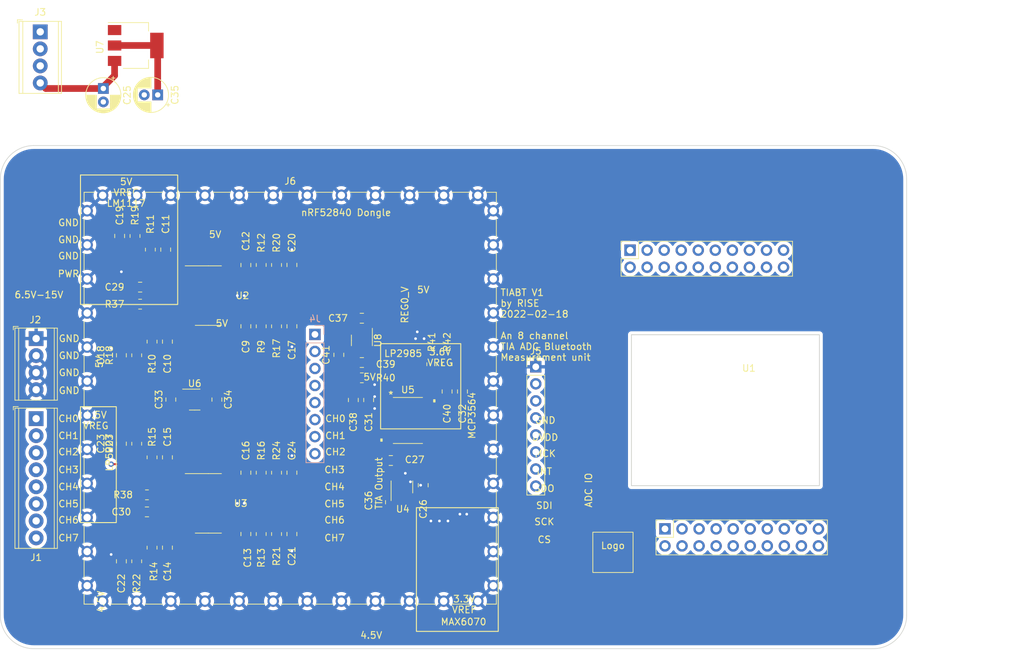
<source format=kicad_pcb>
(kicad_pcb (version 20211014) (generator pcbnew)
  (layers (0 "F.Cu" signal) (31 "B.Cu" signal) (34 "B.Paste" user) (35 "F.Paste" user) (36 "B.SilkS" user "B.Silkscreen") (37 "F.SilkS" user "F.Silkscreen") (38 "B.Mask" user) (39 "F.Mask" user) (44 "Edge.Cuts" user))
  (net 0 "")
  (net 1 "/CH0")
  (net 2 "/CH1")
  (net 3 "/CH2")
  (net 4 "/CH3")
  (net 5 "/CH4")
  (net 6 "/CH5")
  (net 7 "/CH6")
  (net 8 "/CH7")
  (net 9 "Net-(C9-Pad2)")
  (net 10 "Net-(C10-Pad2)")
  (net 11 "Net-(C11-Pad2)")
  (net 12 "Net-(C12-Pad2)")
  (net 13 "Net-(C13-Pad2)")
  (net 14 "Net-(C14-Pad2)")
  (net 15 "Net-(C15-Pad2)")
  (net 16 "Net-(C16-Pad2)")
  (net 17 "GND")
  (net 18 "/ADC_CH1")
  (net 19 "/ADC_CH2")
  (net 20 "/ADC_CH3")
  (net 21 "/ADC_CH4")
  (net 22 "/ADC_CH5")
  (net 23 "/ADC_CH6")
  (net 24 "/ADC_CH7")
  (net 25 "ADC_VREF+")
  (net 26 "TIA0_V")
  (net 27 "ADC_INT")
  (net 28 "ADC_SDO")
  (net 29 "ADC_SDI")
  (net 30 "ADC_SCK")
  (net 31 "ADC_CS")
  (net 32 "TIA1_V")
  (net 33 "ADC_AVDD")
  (net 34 "ADC_DVDD")
  (net 35 "ADC_MCK")
  (net 36 "Net-(C39-Pad1)")
  (net 37 "/ADC_CH0")
  (net 38 "NRF_REG0_V")
  (net 39 "PWR_MAX15V")
  (net 40 "+5V")
  (net 41 "TIA_4.5V")
  (net 43 "Net-(C41-Pad1)")
  (net 44 "Net-(C36-Pad1)")
  (footprint "Resistor_SMD:R_0805_2012Metric_Pad1.20x1.40mm_HandSolder" (layer "F.Cu") (at 118.3585 139.6275)
    (fp_text reference "R38")
    (fp_text value "10")
  )
  (footprint "Resistor_SMD:R_0805_2012Metric_Pad1.20x1.40mm_HandSolder" (layer "F.Cu") (at 116.8345 149.5335 90)
    (fp_text reference "R22")
    (fp_text value "3k")
  )
  (footprint "Resistor_SMD:R_0805_2012Metric_Pad1.20x1.40mm_HandSolder" (layer "F.Cu") (at 135.3765 105.359 90)
    (fp_text reference "R12")
    (fp_text value "1M")
  )
  (footprint "Capacitor_SMD:C_0805_2012Metric_Pad1.18x1.45mm_HandSolder" (layer "F.Cu") (at 153.162 140.731 -90)
    (fp_text reference "C36")
    (fp_text value "0.1µF")
  )
  (footprint "Package_SO:SOIC-14_3.9x8.7mm_P1.27mm" (layer "F.Cu") (at 127.5025 109.931)
    (fp_text reference "U2")
    (fp_text value "MCP6034")
  )
  (footprint "Resistor_SMD:R_0805_2012Metric_Pad1.20x1.40mm_HandSolder" (layer "F.Cu") (at 116.8345 118.821 90)
    (fp_text reference "R18")
    (fp_text value "3k")
  )
  (footprint "Capacitor_SMD:C_0805_2012Metric_Pad1.18x1.45mm_HandSolder" (layer "F.Cu") (at 139.9485 105.359 90)
    (fp_text reference "C20")
    (fp_text value "C")
  )
  (footprint "Resistor_SMD:R_0805_2012Metric_Pad1.20x1.40mm_HandSolder" (layer "F.Cu") (at 119.1205 116.789 -90)
    (fp_text reference "R10")
    (fp_text value "1M")
  )
  (footprint "Capacitor_SMD:C_0805_2012Metric_Pad1.18x1.45mm_HandSolder" (layer "F.Cu") (at 133.0905 105.372 90)
    (fp_text reference "C12")
    (fp_text value "10pF")
  )
  (footprint "Capacitor_SMD:C_0805_2012Metric_Pad1.18x1.45mm_HandSolder" (layer "F.Cu") (at 150.368 113.299)
    (fp_text reference "C37")
    (fp_text value "1uF")
  )
  (footprint "Capacitor_SMD:C_0805_2012Metric_Pad1.18x1.45mm_HandSolder" (layer "F.Cu") (at 133.0905 145.4695 -90)
    (fp_text reference "C13")
    (fp_text value "10pF")
  )
  (footprint "Capacitor_SMD:C_0805_2012Metric_Pad1.18x1.45mm_HandSolder" (layer "F.Cu") (at 121.9145 125.425 -90)
    (fp_text reference "C33")
    (fp_text value "1uF")
  )
  (footprint "Resistor_SMD:R_0805_2012Metric_Pad1.20x1.40mm_HandSolder" (layer "F.Cu") (at 119.1205 134.0395 90)
    (fp_text reference "R15")
    (fp_text value "1M")
  )
  (footprint "Resistor_SMD:R_0805_2012Metric_Pad1.20x1.40mm_HandSolder" (layer "F.Cu") (at 137.6625 136.3255 90)
    (fp_text reference "R24")
    (fp_text value "3k")
  )
  (footprint "Resistor_SMD:R_0805_2012Metric_Pad1.20x1.40mm_HandSolder" (layer "F.Cu") (at 118.8665 103.073 90)
    (fp_text reference "R11")
    (fp_text value "1M")
  )
  (footprint "Capacitor_SMD:C_0805_2012Metric_Pad1.18x1.45mm_HandSolder" (layer "F.Cu") (at 151.384 125.491 -90)
    (fp_text reference "C31")
    (fp_text value "0.1µF")
  )
  (footprint "Resistor_SMD:R_0805_2012Metric_Pad1.20x1.40mm_HandSolder" (layer "F.Cu") (at 160.782 120.157 90)
    (fp_text reference "R41")
    (fp_text value "10k")
  )
  (footprint "Capacitor_SMD:C_0805_2012Metric_Pad1.18x1.45mm_HandSolder" (layer "F.Cu") (at 121.4065 116.789 -90)
    (fp_text reference "C10")
    (fp_text value "10pF")
  )
  (footprint "Resistor_SMD:R_0805_2012Metric_Pad1.20x1.40mm_HandSolder" (layer "F.Cu") (at 116.8345 132.0075 -90)
    (fp_text reference "R23")
    (fp_text value "3k")
  )
  (footprint "Capacitor_SMD:C_0805_2012Metric_Pad1.18x1.45mm_HandSolder" (layer "F.Cu") (at 121.4065 134.0395 90)
    (fp_text reference "C15")
    (fp_text value "10pF")
  )
  (footprint "Resistor_SMD:R_0805_2012Metric_Pad1.20x1.40mm_HandSolder" (layer "F.Cu") (at 135.3765 145.4695 -90)
    (fp_text reference "R13")
    (fp_text value "1M")
  )
  (footprint "Capacitor_SMD:C_0805_2012Metric_Pad1.18x1.45mm_HandSolder" (layer "F.Cu") (at 146.939 118.76 -90)
    (fp_text reference "C41")
    (fp_text value "10nF")
  )
  (footprint "Resistor_SMD:R_0805_2012Metric_Pad1.20x1.40mm_HandSolder" (layer "F.Cu") (at 150.368 122.189)
    (fp_text reference "R40")
    (fp_text value "10")
  )
  (footprint "Capacitor_THT:CP_Radial_D5.0mm_P2.00mm" (layer "F.Cu") (at 111.862 79.054888 -90)
    (fp_text reference "C25")
    (fp_text value "C_Polarized")
  )
  (footprint "Resistor_SMD:R_0805_2012Metric_Pad1.20x1.40mm_HandSolder" (layer "F.Cu") (at 137.6625 145.4695 -90)
    (fp_text reference "R21")
    (fp_text value "3k")
  )
  (footprint "Package_TO_SOT_SMD:SOT-223-3_TabPin2" (layer "F.Cu") (at 116.688 72.644)
    (fp_text reference "U7")
    (fp_text value "LM1117-5.0")
  )
  (footprint "RF_Shielding:Wuerth_36503605_60x60mm" (layer "F.Cu") (at 139.7 125.222)
    (fp_text reference "J6")
    (fp_text value "RFShield_OnePiece")
  )
  (footprint "Capacitor_SMD:C_0805_2012Metric_Pad1.18x1.45mm_HandSolder" (layer "F.Cu") (at 149.098 125.491 -90)
    (fp_text reference "C38")
    (fp_text value "0.1µF")
  )
  (footprint "Connector_PinHeader_2.54mm:PinHeader_1x08_P2.54mm_Vertical" (layer "F.Cu") (at 176.276 120.538)
    (fp_text reference "J5")
    (fp_text value "Conn_01x08_Male")
  )
  (footprint "Capacitor_SMD:C_0805_2012Metric_Pad1.18x1.45mm_HandSolder" (layer "F.Cu") (at 139.9485 145.4695 -90)
    (fp_text reference "C21")
    (fp_text value "C")
  )
  (footprint "Package_TO_SOT_SMD:SOT-23-5" (layer "F.Cu") (at 125.4705 125.425)
    (fp_text reference "U6")
    (fp_text value "LP5907MFX-4.5")
  )
  (footprint "Package_TO_SOT_SMD:SOT-23-5" (layer "F.Cu") (at 150.368 116.601 -90)
    (fp_text reference "U8")
    (fp_text value "LP2985-3.6")
  )
  (footprint "Capacitor_SMD:C_0805_2012Metric_Pad1.18x1.45mm_HandSolder" (layer "F.Cu") (at 117.3425 108.661 180)
    (fp_text reference "C29")
    (fp_text value "C")
  )
  (footprint "Resistor_SMD:R_0805_2012Metric_Pad1.20x1.40mm_HandSolder" (layer "F.Cu") (at 119.1205 147.5015 -90)
    (fp_text reference "R14")
    (fp_text value "1M")
  )
  (footprint "Capacitor_SMD:C_0805_2012Metric_Pad1.18x1.45mm_HandSolder" (layer "F.Cu") (at 128.7725 125.425 -90)
    (fp_text reference "C34")
    (fp_text value "1uF")
  )
  (footprint "Moloko:Sensor_OPDOLED" (layer "F.Cu") (at 195.4 105.7)
    (fp_text reference "U1")
    (fp_text value "Sensor_OPDOLED")
    (fp_rect (start -4.88 10.06) (end 23.12 32.56) (layer "Edge.Cuts") (width 0.12) (fill none))
  )
  (footprint "Resistor_SMD:R_0805_2012Metric_Pad1.20x1.40mm_HandSolder" (layer "F.Cu") (at 135.3765 136.3255 90)
    (fp_text reference "R16")
    (fp_text value "1M")
  )
  (footprint "Capacitor_SMD:C_0805_2012Metric_Pad1.18x1.45mm_HandSolder" (layer "F.Cu") (at 133.0905 136.3255 90)
    (fp_text reference "C16")
    (fp_text value "10pF")
  )
  (footprint "Capacitor_SMD:C_0805_2012Metric_Pad1.18x1.45mm_HandSolder" (layer "F.Cu") (at 114.5485 132.0075 -90)
    (fp_text reference "C23")
    (fp_text value "C")
  )
  (footprint "Resistor_SMD:R_0805_2012Metric_Pad1.20x1.40mm_HandSolder" (layer "F.Cu") (at 117.3425 111.201)
    (fp_text reference "R37")
    (fp_text value "10")
  )
  (footprint "Capacitor_SMD:C_0805_2012Metric_Pad1.18x1.45mm_HandSolder" (layer "F.Cu") (at 121.1525 103.073 90)
    (fp_text reference "C11")
    (fp_text value "10pF")
  )
  (footprint "Capacitor_SMD:C_0805_2012Metric_Pad1.18x1.45mm_HandSolder" (layer "F.Cu") (at 139.9485 114.503 -90)
    (fp_text reference "C17")
    (fp_text value "C")
  )
  (footprint "TerminalBlock_Phoenix:TerminalBlock_Phoenix_MPT-0,5-4-2.54_1x04_P2.54mm_Horizontal" (layer "F.Cu") (at 101.854 116.332 -90)
    (fp_text reference "J2")
    (fp_text value "Screw_Terminal_01x04")
  )
  (footprint "Capacitor_SMD:C_0805_2012Metric_Pad1.18x1.45mm_HandSolder" (layer "F.Cu") (at 114.5485 118.821 90)
    (fp_text reference "C18")
    (fp_text value "C")
  )
  (footprint "Capacitor_SMD:C_0805_2012Metric_Pad1.18x1.45mm_HandSolder" (layer "F.Cu") (at 118.3585 142.1675 180)
    (fp_text reference "C30")
    (fp_text value "C")
  )
  (footprint "Library:MCP3564" (layer "F.Cu") (at 157.226 128.539)
    (fp_text reference "U5")
    (fp_text value "MCP3564")
  )
  (footprint "Capacitor_SMD:C_0805_2012Metric_Pad1.18x1.45mm_HandSolder" (layer "F.Cu") (at 114.5485 149.5335 90)
    (fp_text reference "C22")
    (fp_text value "C")
  )
  (footprint "TerminalBlock_Phoenix:TerminalBlock_Phoenix_MPT-0,5-8-2.54_1x08_P2.54mm_Horizontal" (layer "F.Cu") (at 101.854 128.27 -90)
    (fp_text reference "J1")
    (fp_text value "Screw_Terminal_01x08")
  )
  (footprint "Capacitor_THT:CP_Radial_D5.0mm_P2.00mm" (layer "F.Cu") (at 119.958 80.01 180)
    (fp_text reference "C35")
    (fp_text value "C_Polarized")
  )
  (footprint "Capacitor_SMD:C_0805_2012Metric_Pad1.18x1.45mm_HandSolder" (layer "F.Cu") (at 150.368 119.903 180)
    (fp_text reference "C39")
    (fp_text value "2.2uF")
  )
  (footprint "Resistor_SMD:R_0805_2012Metric_Pad1.20x1.40mm_HandSolder" (layer "F.Cu") (at 163.068 120.157 90)
    (fp_text reference "R42")
    (fp_text value "10")
  )
  (footprint "Capacitor_SMD:C_0805_2012Metric_Pad1.18x1.45mm_HandSolder" (layer "F.Cu") (at 163.068 124.221 -90)
    (fp_text reference "C40")
    (fp_text value "0.1uF")
  )
  (footprint "Capacitor_SMD:C_0805_2012Metric_Pad1.18x1.45mm_HandSolder" (layer "F.Cu") (at 133.0905 114.503 -90)
    (fp_text reference "C9")
    (fp_text value "10pF")
  )
  (footprint "Package_TO_SOT_SMD:SOT-23-6_Handsoldering" (layer "F.Cu") (at 156.337 138.445 90)
    (fp_text reference "U4")
    (fp_text value "MAX6070")
  )
  (footprint "Resistor_SMD:R_0805_2012Metric_Pad1.20x1.40mm_HandSolder" (layer "F.Cu") (at 116.5805 101.041 -90)
    (fp_text reference "R19")
    (fp_text value "3k")
  )
  (footprint "Capacitor_SMD:C_0805_2012Metric_Pad1.18x1.45mm_HandSolder" (layer "F.Cu") (at 165.354 124.221 -90)
    (fp_text reference "C32")
    (fp_text value "0.1µF")
  )
  (footprint "Capacitor_SMD:C_0805_2012Metric_Pad1.18x1.45mm_HandSolder" (layer "F.Cu") (at 139.9485 136.3255 90)
    (fp_text reference "C24")
    (fp_text value "C")
  )
  (footprint "Capacitor_SMD:C_0805_2012Metric_Pad1.18x1.45mm_HandSolder" (layer "F.Cu") (at 159.512 138.191 -90)
    (fp_text reference "C26")
    (fp_text value "0.1µF")
  )
  (footprint "TerminalBlock_Phoenix:TerminalBlock_Phoenix_MPT-0,5-4-2.54_1x04_P2.54mm_Horizontal" (layer "F.Cu") (at 102.464 70.607 -90)
    (fp_text reference "J3")
    (fp_text value "Screw_Terminal_01x04")
  )
  (footprint "Resistor_SMD:R_0805_2012Metric_Pad1.20x1.40mm_HandSolder" (layer "F.Cu") (at 135.3765 114.503 -90)
    (fp_text reference "R9")
    (fp_text value "1M")
  )
  (footprint "Capacitor_SMD:C_0805_2012Metric_Pad1.18x1.45mm_HandSolder" (layer "F.Cu") (at 154.686 134.508 180)
    (fp_text reference "C27")
    (fp_text value "0.1µF")
  )
  (footprint "Package_SO:SOIC-14_3.9x8.7mm_P1.27mm" (layer "F.Cu") (at 127.5025 140.8975)
    (fp_text reference "U3")
    (fp_text value "MCP6034")
  )
  (footprint "Capacitor_SMD:C_0805_2012Metric_Pad1.18x1.45mm_HandSolder" (layer "F.Cu") (at 121.4065 147.5015 -90)
    (fp_text reference "C14")
    (fp_text value "10pF")
  )
  (footprint "Resistor_SMD:R_0805_2012Metric_Pad1.20x1.40mm_HandSolder" (layer "F.Cu") (at 137.6625 105.359 90)
    (fp_text reference "R20")
    (fp_text value "3k")
  )
  (footprint "Resistor_SMD:R_0805_2012Metric_Pad1.20x1.40mm_HandSolder" (layer "F.Cu") (at 137.6625 114.503 -90)
    (fp_text reference "R17")
    (fp_text value "3k")
  )
  (footprint "Capacitor_SMD:C_0805_2012Metric_Pad1.18x1.45mm_HandSolder" (layer "F.Cu") (at 114.2945 101.041 -90)
    (fp_text reference "C19")
    (fp_text value "C")
  )
  (footprint "Connector_PinHeader_2.54mm:PinHeader_1x08_P2.54mm_Vertical" (layer "B.Cu") (at 143.383 115.712 180)
    (fp_text reference "J4")
    (fp_text value "Conn_01x08_Female")
  )
  (gr_rect (start 158.496 141.545) (end 170.688 159.98) (layer "F.SilkS") (width 0.15) (fill none))
  (gr_rect (start 108.458 126.492) (end 113.792 143.764) (layer "F.SilkS") (width 0.15) (fill none))
  (gr_rect (start 122.936 111.252) (end 108.458 91.948) (layer "F.SilkS") (width 0.15) (fill none))
  (gr_rect (start 165.1 129.794) (end 153.162 117.094) (layer "F.SilkS") (width 0.15) (fill none))
  (gr_line (start 101.52 162.56) (end 226.52 162.56) (layer "Edge.Cuts") (width 0.1))
  (gr_arc (start 226.52 87.56) (mid 230.055533 89.024466) (end 231.52 92.56) (layer "Edge.Cuts") (width 0.1))
  (gr_arc (start 96.52 92.56) (mid 97.984466 89.024466) (end 101.52 87.56) (layer "Edge.Cuts") (width 0.1))
  (gr_line (start 226.52 87.56) (end 101.52 87.56) (layer "Edge.Cuts") (width 0.1))
  (gr_arc (start 231.52 157.56) (mid 230.055534 161.095534) (end 226.52 162.56) (layer "Edge.Cuts") (width 0.1))
  (gr_arc (start 101.52 162.56) (mid 97.984466 161.095534) (end 96.52 157.56) (layer "Edge.Cuts") (width 0.1))
  (gr_line (start 231.52 157.56) (end 231.52 92.56) (layer "Edge.Cuts") (width 0.1))
  (gr_line (start 96.52 92.56) (end 96.52 157.56) (layer "Edge.Cuts") (width 0.1))
  (gr_text "TIABT V1\nby RISE\n2022-02-18\n\nAn 8 channel \nTIA ADC Bluetooth\nMeasurement unit" (at 170.942 114.3) (layer "F.SilkS") (effects (font (size 1 1)) (justify left)))
  (gr_text "TIA Output" (at 152.908 137.922 90) (layer "F.SilkS") (effects (font (size 1 1))))
  (gr_text "5V\nVREG\nLM1117" (at 115.27 94.56) (layer "F.SilkS") (effects (font (size 1 1))))
  (gr_text "3.6V\nVREG" (at 162.02 119.126) (layer "F.SilkS") (effects (font (size 1 1))))
  (gr_text "GND" (at 106.68 104.013) (layer "F.SilkS") (effects (font (size 1 1))))
  (gr_text "CH7" (at 106.68 146.05) (layer "F.SilkS") (effects (font (size 1 1))))
  (gr_text "GND" (at 106.77 118.872) (layer "F.SilkS") (effects (font (size 1 1))))
  (gr_text "4.5V" (at 111.52 155.56 90) (layer "F.SilkS") (effects (font (size 1 1))))
  (gr_text "5V" (at 129.52 114.06) (layer "F.SilkS") (effects (font (size 1 1))))
  (gr_text "SDI" (at 177.546 141.224) (layer "F.SilkS") (effects (font (size 1 1))))
  (gr_text "CH1" (at 106.68 130.81) (layer "F.SilkS") (effects (font (size 1 1))))
  (gr_text "CH0" (at 106.68 128.27) (layer "F.SilkS") (effects (font (size 1 1))))
  (gr_text "LP5907" (at 112.77 133.31 90) (layer "F.SilkS") (effects (font (size 1 1))))
  (gr_text "LP2985" (at 156.52 118.56) (layer "F.SilkS") (effects (font (size 1 1))))
  (gr_text "GND" (at 106.77 116.332) (layer "F.SilkS") (effects (font (size 1 1))))
  (gr_text "3.3V\nVREF" (at 165.608 155.956) (layer "F.SilkS") (effects (font (size 1 1))))
  (gr_text "4.5V\nVREG" (at 110.744 128.524) (layer "F.SilkS") (effects (font (size 1 1))))
  (gr_text "5V" (at 151.52 122.06) (layer "F.SilkS") (effects (font (size 1 1))))
  (gr_text "SCK" (at 177.546 143.637) (layer "F.SilkS") (effects (font (size 1 1))))
  (gr_text "CS" (at 177.546 146.304) (layer "F.SilkS") (effects (font (size 1 1))))
  (gr_text "CH6" (at 106.68 143.383) (layer "F.SilkS") (effects (font (size 1 1))))
  (gr_text "CH2" (at 106.68 133.223) (layer "F.SilkS") (effects (font (size 1 1))))
  (gr_text "CH5" (at 106.68 140.97) (layer "F.SilkS") (effects (font (size 1 1))))
  (gr_text "GND" (at 106.77 121.412) (layer "F.SilkS") (effects (font (size 1 1))))
  (gr_text "CH4" (at 106.68 138.43) (layer "F.SilkS") (effects (font (size 1 1))))
  (gr_text "DVDD" (at 177.673 131.064) (layer "F.SilkS") (effects (font (size 1 1))))
  (gr_text "CH3" (at 106.68 135.89) (layer "F.SilkS") (effects (font (size 1 1))))
  (gr_text "4.5V" (at 151.77 160.56) (layer "F.SilkS") (effects (font (size 1 1))))
  (gr_text "5V" (at 128.52 100.81) (layer "F.SilkS") (effects (font (size 1 1))))
  (gr_text "GND" (at 106.68 99.06) (layer "F.SilkS") (effects (font (size 1 1))))
  (gr_text "CH7" (at 146.304 146.05) (layer "F.SilkS") (effects (font (size 1 1))))
  (gr_text "MCP3564" (at 166.77 127.81 90) (layer "F.SilkS") (effects (font (size 1 1))))
  (gr_text "SDO" (at 177.546 138.684) (layer "F.SilkS") (effects (font (size 1 1))))
  (gr_text "GND" (at 106.68 101.6) (layer "F.SilkS") (effects (font (size 1 1))))
  (gr_text "GND" (at 177.673 128.524) (layer "F.SilkS") (effects (font (size 1 1))))
  (gr_text "CH0" (at 146.431 128.27) (layer "F.SilkS") (effects (font (size 1 1))))
  (gr_text "CH5" (at 146.304 140.97) (layer "F.SilkS") (effects (font (size 1 1))))
  (gr_text "MCK" (at 177.673 133.477) (layer "F.SilkS") (effects (font (size 1 1))))
  (gr_text "5V" (at 159.52 109.06) (layer "F.SilkS") (effects (font (size 1 1))))
  (gr_text "5V" (at 111.27 119.81 90) (layer "F.SilkS") (effects (font (size 1 1))))
  (gr_text "INT" (at 177.546 136.144) (layer "F.SilkS") (effects (font (size 1 1))))
  (gr_text "CH3" (at 146.304 135.89) (layer "F.SilkS") (effects (font (size 1 1))))
  (gr_text "CH4" (at 146.304 138.43) (layer "F.SilkS") (effects (font (size 1 1))))
  (gr_text "MAX6070" (at 165.52 158.56) (layer "F.SilkS") (effects (font (size 1 1))))
  (gr_text "REG0_V" (at 156.77 111.31 90) (layer "F.SilkS") (effects (font (size 1 1))))
  (gr_text "CH6" (at 146.304 143.383) (layer "F.SilkS") (effects (font (size 1 1))))
  (gr_text "CH2" (at 146.431 133.223) (layer "F.SilkS") (effects (font (size 1 1))))
  (gr_text "6.5V-15V" (at 102.27 109.81) (layer "F.SilkS") (effects (font (size 1 1))))
  (gr_text "CH1" (at 146.431 130.81) (layer "F.SilkS") (effects (font (size 1 1))))
  (gr_text "nRF52840 Dongle" (at 148.02 97.56) (layer "F.SilkS") (effects (font (size 1 1))))
  (gr_text "GND" (at 106.77 124.079) (layer "F.SilkS") (effects (font (size 1 1))))
  (gr_text "PWR" (at 106.68 106.68) (layer "F.SilkS") (effects (font (size 1 1))))
  (gr_text "ADC IO" (at 184.15 138.938 90) (layer "F.SilkS") (effects (font (size 1 1))))
  (segment (start 118.904 104.1105) (end 118.8665 104.073) (width 0.3) (layer "F.Cu") (net 1))
  (segment (start 125.0275 107.391) (end 123.9465 107.391) (width 0.3) (layer "F.Cu") (net 1))
  (segment (start 118.8665 104.073) (end 116.618 104.073) (width 0.3) (layer "F.Cu") (net 1))
  (segment (start 121.1525 104.1105) (end 118.904 104.1105) (width 0.3) (layer "F.Cu") (net 1))
  (segment (start 121.1525 104.597) (end 121.1525 104.1105) (width 0.3) (layer "F.Cu") (net 1))
  (segment (start 116.618 104.073) (end 116.602 104.089) (width 0.3) (layer "F.Cu") (net 1))
  (segment (start 123.9465 107.391) (end 121.1525 104.597) (width 0.3) (layer "F.Cu") (net 1))
  (segment (start 135.326 106.4095) (end 135.3765 106.359) (width 0.3) (layer "F.Cu") (net 2))
  (segment (start 132.109 107.391) (end 133.0905 106.4095) (width 0.3) (layer "F.Cu") (net 2))
  (segment (start 129.9775 107.391) (end 132.109 107.391) (width 0.3) (layer "F.Cu") (net 2))
  (segment (start 133.0905 106.4095) (end 135.326 106.4095) (width 0.3) (layer "F.Cu") (net 2))
  (segment (start 132.096 112.471) (end 133.0905 113.4655) (width 0.3) (layer "F.Cu") (net 3))
  (segment (start 135.3765 113.503) (end 133.128 113.503) (width 0.3) (layer "F.Cu") (net 3))
  (segment (start 129.9775 112.471) (end 132.096 112.471) (width 0.3) (layer "F.Cu") (net 3))
  (segment (start 133.128 113.503) (end 133.0905 113.4655) (width 0.3) (layer "F.Cu") (net 3))
  (segment (start 122.6765 114.4815) (end 121.4065 115.7515) (width 0.3) (layer "F.Cu") (net 4))
  (segment (start 121.4065 115.7515) (end 119.158 115.7515) (width 0.3) (layer "F.Cu") (net 4))
  (segment (start 122.6765 113.487) (end 122.6765 114.4815) (width 0.3) (layer "F.Cu") (net 4))
  (segment (start 125.0275 112.471) (end 123.6925 112.471) (width 0.3) (layer "F.Cu") (net 4))
  (segment (start 123.6925 112.471) (end 122.6765 113.487) (width 0.3) (layer "F.Cu") (net 4))
  (segment (start 119.158 115.7515) (end 119.1205 115.789) (width 0.3) (layer "F.Cu") (net 4))
  (segment (start 119.1045 135.0555) (end 119.1205 135.0395) (width 0.3) (layer "F.Cu") (net 5))
  (segment (start 122.9305 137.3415) (end 123.9465 138.3575) (width 0.3) (layer "F.Cu") (net 5))
  (segment (start 122.9305 135.8175) (end 122.9305 137.3415) (width 0.3) (layer "F.Cu") (net 5))
  (segment (start 123.9465 138.3575) (end 125.0275 138.3575) (width 0.3) (layer "F.Cu") (net 5))
  (segment (start 122.19 135.077) (end 122.9305 135.8175) (width 0.3) (layer "F.Cu") (net 5))
  (segment (start 116.856 135.0555) (end 119.1045 135.0555) (width 0.3) (layer "F.Cu") (net 5))
  (segment (start 114.781 135.0555) (end 113.0245 135.0555) (width 0.3) (layer "F.Cu") (net 5))
  (segment (start 121.4065 135.077) (end 119.158 135.077) (width 0.3) (layer "F.Cu") (net 5))
  (segment (start 121.4065 135.077) (end 122.19 135.077) (width 0.3) (layer "F.Cu") (net 5))
  (segment (start 119.158 135.077) (end 119.1205 135.0395) (width 0.3) (layer "F.Cu") (net 5))
  (via (at 113.0245 135.0555) (size 0.8) (drill 0.4) (layers "F.Cu" "B.Cu") (net 5))
  (segment (start 135.3765 137.3255) (end 135.3765 139.352) (width 0.3) (layer "F.Cu") (net 6))
  (segment (start 132.096 138.3575) (end 133.0905 137.363) (width 0.3) (layer "F.Cu") (net 6))
  (segment (start 133.0905 137.363) (end 135.339 137.363) (width 0.3) (layer "F.Cu") (net 6))
  (segment (start 129.9775 138.3575) (end 132.096 138.3575) (width 0.3) (layer "F.Cu") (net 6))
  (segment (start 135.3765 139.352) (end 135.355 139.3735) (width 0.3) (layer "F.Cu") (net 6))
  (segment (start 135.339 137.363) (end 135.3765 137.3255) (width 0.3) (layer "F.Cu") (net 6))
  (segment (start 135.3765 144.4695) (end 135.3765 142.443) (width 0.3) (layer "F.Cu") (net 7))
  (segment (start 129.9775 143.4375) (end 132.096 143.4375) (width 0.3) (layer "F.Cu") (net 7))
  (segment (start 135.3765 142.443) (end 135.355 142.4215) (width 0.3) (layer "F.Cu") (net 7))
  (segment (start 135.339 144.432) (end 135.3765 144.4695) (width 0.3) (layer "F.Cu") (net 7))
  (segment (start 132.096 143.4375) (end 133.0905 144.432) (width 0.3) (layer "F.Cu") (net 7))
  (segment (start 133.0905 144.432) (end 135.339 144.432) (width 0.3) (layer "F.Cu") (net 7))
  (segment (start 123.1845 143.9455) (end 123.6925 143.4375) (width 0.3) (layer "F.Cu") (net 8))
  (segment (start 119.158 146.464) (end 119.1205 146.5015) (width 0.3) (layer "F.Cu") (net 8))
  (segment (start 121.4065 146.464) (end 119.158 146.464) (width 0.3) (layer "F.Cu") (net 8))
  (segment (start 123.6925 143.4375) (end 125.0275 143.4375) (width 0.3) (layer "F.Cu") (net 8))
  (segment (start 121.4065 146.464) (end 121.936 146.464) (width 0.3) (layer "F.Cu") (net 8))
  (segment (start 121.936 146.464) (end 123.1845 145.2155) (width 0.3) (layer "F.Cu") (net 8))
  (segment (start 123.1845 145.2155) (end 123.1845 143.9455) (width 0.3) (layer "F.Cu") (net 8))
  (segment (start 119.1205 146.5015) (end 116.872 146.5015) (width 0.3) (layer "F.Cu") (net 8))
  (segment (start 133.0905 115.5405) (end 135.339 115.5405) (width 0.3) (layer "F.Cu") (net 9))
  (segment (start 135.339 115.5405) (end 135.3765 115.503) (width 0.3) (layer "F.Cu") (net 9))
  (segment (start 129.9775 113.741) (end 131.777 115.5405) (width 0.3) (layer "F.Cu") (net 9))
  (segment (start 131.777 115.5405) (end 133.0905 115.5405) (width 0.3) (layer "F.Cu") (net 9))
  (segment (start 135.3765 115.503) (end 137.6625 115.503) (width 0.3) (layer "F.Cu") (net 9))
  (segment (start 116.8665 117.789) (end 116.8345 117.821) (width 0.3) (layer "F.Cu") (net 10))
  (segment (start 121.4065 117.8265) (end 119.158 117.8265) (width 0.3) (layer "F.Cu") (net 10))
  (segment (start 125.0275 115.2) (end 122.401 117.8265) (width 0.3) (layer "F.Cu") (net 10))
  (segment (start 119.1205 117.789) (end 116.8665 117.789) (width 0.3) (layer "F.Cu") (net 10))
  (segment (start 119.158 117.8265) (end 119.1205 117.789) (width 0.3) (layer "F.Cu") (net 10))
  (segment (start 122.401 117.8265) (end 121.4065 117.8265) (width 0.3) (layer "F.Cu") (net 10))
  (segment (start 125.0275 113.741) (end 125.0275 115.2) (width 0.3) (layer "F.Cu") (net 10))
  (segment (start 122.655 102.0355) (end 121.1525 102.0355) (width 0.3) (layer "F.Cu") (net 11))
  (segment (start 118.904 102.0355) (end 118.8665 102.073) (width 0.3) (layer "F.Cu") (net 11))
  (segment (start 125.0275 106.121) (end 125.0275 104.408) (width 0.3) (layer "F.Cu") (net 11))
  (segment (start 116.6125 102.073) (end 116.5805 102.041) (width 0.3) (layer "F.Cu") (net 11))
  (segment (start 118.8665 102.073) (end 116.6125 102.073) (width 0.3) (layer "F.Cu") (net 11))
  (segment (start 121.1525 102.0355) (end 118.904 102.0355) (width 0.3) (layer "F.Cu") (net 11))
  (segment (start 125.0275 104.408) (end 122.655 102.0355) (width 0.3) (layer "F.Cu") (net 11))
  (segment (start 135.352 104.3345) (end 135.3765 104.359) (width 0.3) (layer "F.Cu") (net 12))
  (segment (start 133.0905 104.3345) (end 135.352 104.3345) (width 0.3) (layer "F.Cu") (net 12))
  (segment (start 131.764 104.3345) (end 133.0905 104.3345) (width 0.3) (layer "F.Cu") (net 12))
  (segment (start 135.3765 104.359) (end 137.6625 104.359) (width 0.3) (layer "F.Cu") (net 12))
  (segment (start 129.9775 106.121) (end 131.764 104.3345) (width 0.3) (layer "F.Cu") (net 12))
  (segment (start 129.9775 144.7075) (end 129.9775 145.1505) (width 0.3) (layer "F.Cu") (net 13))
  (segment (start 135.3765 146.4695) (end 137.6625 146.4695) (width 0.3) (layer "F.Cu") (net 13))
  (segment (start 129.9775 145.1505) (end 131.334 146.507) (width 0.3) (layer "F.Cu") (net 13))
  (segment (start 135.339 146.507) (end 135.3765 146.4695) (width 0.3) (layer "F.Cu") (net 13))
  (segment (start 131.334 146.507) (end 133.0905 146.507) (width 0.3) (layer "F.Cu") (net 13))
  (segment (start 133.0905 146.507) (end 135.339 146.507) (width 0.3) (layer "F.Cu") (net 13))
  (segment (start 119.1205 148.5015) (end 116.8665 148.5015) (width 0.3) (layer "F.Cu") (net 14))
  (segment (start 116.8665 148.5015) (end 116.8345 148.5335) (width 0.3) (layer "F.Cu") (net 14))
  (segment (start 121.893 148.539) (end 125.0275 145.4045) (width 0.3) (layer "F.Cu") (net 14))
  (segment (start 119.158 148.539) (end 119.1205 148.5015) (width 0.3) (layer "F.Cu") (net 14))
  (segment (start 121.4065 148.539) (end 119.158 148.539) (width 0.3) (layer "F.Cu") (net 14))
  (segment (start 121.4065 148.539) (end 121.893 148.539) (width 0.3) (layer "F.Cu") (net 14))
  (segment (start 125.0275 145.4045) (end 125.0275 144.7075) (width 0.3) (layer "F.Cu") (net 14))
  (segment (start 125.0275 135.1205) (end 125.0275 137.0875) (width 0.3) (layer "F.Cu") (net 15))
  (segment (start 119.1205 133.0395) (end 116.8665 133.0395) (width 0.3) (layer "F.Cu") (net 15))
  (segment (start 121.4065 133.002) (end 122.909 133.002) (width 0.3) (layer "F.Cu") (net 15))
  (segment (start 122.909 133.002) (end 125.0275 135.1205) (width 0.3) (layer "F.Cu") (net 15))
  (segment (start 121.4065 133.002) (end 119.158 133.002) (width 0.3) (layer "F.Cu") (net 15))
  (segment (start 119.158 133.002) (end 119.1205 133.0395) (width 0.3) (layer "F.Cu") (net 15))
  (segment (start 116.8665 133.0395) (end 116.8345 133.0075) (width 0.3) (layer "F.Cu") (net 15))
  (segment (start 133.0905 135.288) (end 135.339 135.288) (width 0.3) (layer "F.Cu") (net 16))
  (segment (start 131.777 135.288) (end 133.0905 135.288) (width 0.3) (layer "F.Cu") (net 16))
  (segment (start 129.9775 137.0875) (end 131.777 135.288) (width 0.3) (layer "F.Cu") (net 16))
  (segment (start 135.3765 135.3255) (end 137.6625 135.3255) (width 0.3) (layer "F.Cu") (net 16))
  (segment (start 135.339 135.288) (end 135.3765 135.3255) (width 0.3) (layer "F.Cu") (net 16))
  (segment (start 155.829 116.9875) (end 155.829 115.8605) (width 0.5) (layer "F.Cu") (net 17))
  (segment (start 113.0245 148.5175) (end 113.046 148.496) (width 0.5) (layer "F.Cu") (net 17))
  (segment (start 131.8205 140.8975) (end 132.8365 140.8975) (width 0.5) (layer "F.Cu") (net 17))
  (segment (start 113.046 133.045) (end 114.5485 133.045) (width 0.5) (layer "F.Cu") (net 17))
  (segment (start 128.7725 142.1675) (end 128.0105 142.9295) (width 0.3) (layer "F.Cu") (net 17))
  (segment (start 122.952 125.425) (end 121.9145 126.4625) (width 0.5) (layer "F.Cu") (net 17))
  (segment (start 128.0105 135.5475) (end 128.5025 135.0555) (width 0.3) (layer "F.Cu") (net 17))
  (segment (start 155.829 115.8605) (end 156.8665 114.823) (width 0.5) (layer "F.Cu") (net 17))
  (segment (start 113.0245 133.0235) (end 113.046 133.045) (width 0.5) (layer "F.Cu") (net 17))
  (segment (start 139.9485 104.3215) (end 139.9485 103.073) (width 0.5) (layer "F.Cu") (net 17))
  (segment (start 123.6925 142.1675) (end 121.6765 144.1835) (width 0.3) (layer "F.Cu") (net 17))
  (segment (start 161.798 141.319) (end 161.798 143.398) (width 0.5) (layer "F.Cu") (net 17))
  (segment (start 117.3585 144.4535) (end 117.3585 142.205) (width 0.5) (layer "F.Cu") (net 17))
  (segment (start 129.9775 140.8975) (end 131.8205 140.8975) (width 0.5) (layer "F.Cu") (net 17))
  (segment (start 116.305 108.661) (end 116.305 106.4125) (width 0.5) (layer "F.Cu") (net 17))
  (segment (start 124.333 125.425) (end 122.952 125.425) (width 0.5) (layer "F.Cu") (net 17))
  (segment (start 161.798 143.398) (end 161.925 143.525) (width 0.5) (layer "F.Cu") (net 17))
  (segment (start 158.8555 125.9775) (end 159.893 127.015) (width 0.4) (layer "F.Cu") (net 17))
  (segment (start 139.9485 115.5405) (end 139.9485 117.551) (width 0.5) (layer "F.Cu") (net 17))
  (segment (start 154.559 123.983) (end 154.829 123.713) (width 0.4) (layer "F.Cu") (net 17))
  (segment (start 154.559 125.9775) (end 154.559 123.983) (width 0.4) (layer "F.Cu") (net 17))
  (segment (start 125.0275 142.1675) (end 123.6925 142.1675) (width 0.3) (layer "F.Cu") (net 17))
  (segment (start 139.9485 135.288) (end 139.9485 133.7855) (width 0.5) (layer "F.Cu") (net 17))
  (segment (start 129.9775 139.6275) (end 128.5185 139.6275) (width 0.3) (layer "F.Cu") (net 17))
  (segment (start 116.305 106.4125) (end 116.3425 106.375) (width 0.5) (layer "F.Cu") (net 17))
  (segment (start 121.6765 144.1835) (end 121.4065 144.1835) (width 0.3) (layer "F.Cu") (net 17))
  (segment (start 128.0105 139.1195) (end 128.0105 135.5475) (width 0.3) (layer "F.Cu") (net 17))
  (segment (start 121.6765 137.6115) (end 123.6925 139.6275) (width 0.3) (layer "F.Cu") (net 17))
  (segment (start 128.5025 132.7695) (end 128.5025 135.0555) (width 0.3) (layer "F.Cu") (net 17))
  (segment (start 113.046 148.496) (end 114.5485 148.496) (width 0.5) (layer "F.Cu") (net 17))
  (segment (start 131.8205 109.931) (end 132.8365 109.931) (width 0.5) (layer "F.Cu") (net 17))
  (segment (start 117.3585 142.205) (end 117.321 142.1675) (width 0.5) (layer "F.Cu") (net 17))
  (segment (start 128.5185 139.6275) (end 128.0105 139.1195) (width 0.3) (layer "F.Cu") (net 17))
  (segment (start 156.845 125.9775) (end 158.8555 125.9775) (width 0.4) (layer "F.Cu") (net 17))
  (segment (start 129.9775 142.1675) (end 128.7725 142.1675) (width 0.3) (layer "F.Cu") (net 17))
  (segment (start 113.0245 117.805) (end 113.046 117.7835) (width 0.5) (layer "F.Cu") (net 17))
  (segment (start 156.845 125.9775) (end 154.559 125.9775) (width 0.4) (layer "F.Cu") (net 17))
  (segment (start 128.0105 142.9295) (end 128.0105 146.2475) (width 0.3) (layer "F.Cu") (net 17))
  (segment (start 116.3425 106.375) (end 114.5485 106.375) (width 0.5) (layer "F.Cu") (net 17))
  (segment (start 113.046 117.7835) (end 114.5485 117.7835) (width 0.5) (layer "F.Cu") (net 17))
  (segment (start 139.9485 146.507) (end 139.9485 148.0095) (width 0.5) (layer "F.Cu") (net 17))
  (segment (start 123.6925 139.6275) (end 125.0275 139.6275) (width 0.3) (layer "F.Cu") (net 17))
  (segment (start 129.9775 109.931) (end 131.8205 109.931) (width 0.5) (layer "F.Cu") (net 17))
  (via (at 158.369 116.347) (size 0.8) (drill 0.4) (layers "F.Cu" "B.Cu") (net 17))
  (via (at 139.9485 117.551) (size 0.8) (drill 0.4) (layers "F.Cu" "B.Cu") (net 17))
  (via (at 114.5485 106.375) (size 0.8) (drill 0.4) (layers "F.Cu" "B.Cu") (net 17))
  (via (at 152.273 126.761) (size 0.8) (drill 0.4) (layers "F.Cu" "B.Cu") (net 17))
  (via (at 158.623 115.331) (size 0.8) (drill 0.4) (layers "F.Cu" "B.Cu") (net 17))
  (via (at 131.8205 109.931) (size 0.8) (drill 0.4) (layers "F.Cu" "B.Cu") (net 17))
  (via (at 139.9485 103.073) (size 0.8) (drill 0.4) (layers "F.Cu" "B.Cu") (net 17))
  (via (at 113.0245 148.5175) (size 0.8) (drill 0.4) (layers "F.Cu" "B.Cu") (net 17))
  (via (at 139.9485 133.7855) (size 0.8) (drill 0.4) (layers "F.Cu" "B.Cu") (net 17))
  (via (at 131.8205 140.8975) (size 0.8) (drill 0.4) (layers "F.Cu" "B.Cu") (net 17))
  (via (at 164.973 142.509) (size 0.8) (drill 0.4) (layers "F.Cu" "B.Cu") (net 17))
  (via (at 160.655 143.525) (size 0.8) (drill 0.4) (layers "F.Cu" "B.Cu") (net 17))
  (via (at 152.273 124.983) (size 0.8) (drill 0.4) (layers "F.Cu" "B.Cu") (net 17))
  (via (at 152.273 123.205) (size 0.8) (drill 0.4) (layers "F.Cu" "B.Cu") (net 17))
  (via (at 161.925 143.525) (size 0.8) (drill 0.4) (layers "F.Cu" "B.Cu") (net 17))
  (via (at 132.8365 109.931) (size 0.8) (drill 0.4) (layers "F.Cu" "B.Cu") (net 17))
  (via (at 159.131 138.191) (size 0.8) (drill 0.4) (layers "F.Cu" "B.Cu") (net 17))
  (via (at 165.989 142.509) (size 0.8) (drill 0.4) (layers "F.Cu" "B.Cu") (net 17))
  (via (at 113.0245 117.805) (size 0.8) (drill 0.4) (layers "F.Cu" "B.Cu") (net 17))
  (via (at 156.845 136.413) (size 0.8) (drill 0.4) (layers "F.Cu" "B.Cu") (net 17))
  (via (at 159.639 116.347) (size 0.8) (drill 0.4) (layers "F.Cu" "B.Cu") (net 17))
  (via (at 132.8365 140.8975) (size 0.8) (drill 0.4) (layers "F.Cu" "B.Cu") (net 17))
  (via (at 113.0245 133.0235) (size 0.8) (drill 0.4) (layers "F.Cu" "B.Cu") (net 17))
  (via (at 163.195 143.525) (size 0.8) (drill 0.4) (layers "F.Cu" "B.Cu") (net 17))
  (via (at 139.9485 148.0095) (size 0.8) (drill 0.4) (layers "F.Cu" "B.Cu") (net 17))
  (via (at 157.607 137.683) (size 0.8) (drill 0.4) (layers "F.Cu" "B.Cu") (net 17))
  (segment (start 125.0275 109.931) (end 121.9305 109.931) (width 0.4) (layer "F.Cu") (net 26))
  (segment (start 125.0275 109.931) (end 126.7405 109.931) (width 0.4) (layer "F.Cu") (net 26))
  (segment (start 120.6445 111.217) (end 118.3585 111.217) (width 0.4) (layer "F.Cu") (net 26))
  (segment (start 121.9305 109.931) (end 120.6445 111.217) (width 0.4) (layer "F.Cu") (net 26))
  (segment (start 118.3585 111.217) (end 118.3425 111.201) (width 0.4) (layer "F.Cu") (net 26))
  (segment (start 121.9305 109.931) (end 120.6445 108.645) (width 0.4) (layer "F.Cu") (net 26))
  (segment (start 126.7405 109.931) (end 126.7405 104.073) (width 0.4) (layer "F.Cu") (net 26))
  (segment (start 126.7405 110.439) (end 126.7405 109.931) (width 0.4) (layer "F.Cu") (net 26))
  (segment (start 118.396 108.645) (end 118.38 108.661) (width 0.4) (layer "F.Cu") (net 26))
  (segment (start 120.6445 108.645) (end 118.396 108.645) (width 0.4) (layer "F.Cu") (net 26))
  (segment (start 126.7405 104.073) (end 126.5025 103.835) (width 0.4) (layer "F.Cu") (net 26))
  (segment (start 126.7405 115.535) (end 126.5025 115.773) (width 0.4) (layer "F.Cu") (net 26))
  (segment (start 126.7405 110.439) (end 126.7405 115.535) (width 0.4) (layer "F.Cu") (net 26))
  (segment (start 160.848 138.619) (end 160.848 136.5795) (width 0.3) (layer "F.Cu") (net 29))
  (segment (start 159.78505 129.088001) (end 160.950001 129.088001) (width 0.3) (layer "F.Cu") (net 29))
  (segment (start 161.163 135.7995) (end 161.3955 136.032) (width 0.3) (layer "F.Cu") (net 29))
  (segment (start 160.950001 129.088001) (end 161.163 129.301) (width 0.3) (layer "F.Cu") (net 29))
  (segment (start 161.798 136.4345) (end 161.3955 136.032) (width 0.3) (layer "F.Cu") (net 29))
  (segment (start 161.163 129.301) (end 161.163 135.7995) (width 0.3) (layer "F.Cu") (net 29))
  (segment (start 161.798 138.619) (end 161.798 136.4345) (width 0.3) (layer "F.Cu") (net 29))
  (segment (start 160.848 136.5795) (end 161.3955 136.032) (width 0.3) (layer "F.Cu") (net 29))
  (segment (start 119.3745 139.6115) (end 119.3585 139.6275) (width 0.4) (layer "F.Cu") (net 32))
  (segment (start 122.6925 140.8975) (end 121.4065 142.1835) (width 0.4) (layer "F.Cu") (net 32))
  (segment (start 126.7405 141.1515) (end 126.7405 146.5015) (width 0.4) (layer "F.Cu") (net 32))
  (segment (start 126.7405 141.1515) (end 126.7405 135.2935) (width 0.4) (layer "F.Cu") (net 32))
  (segment (start 125.0275 140.8975) (end 126.7405 140.8975) (width 0.4) (layer "F.Cu") (net 32))
  (segment (start 121.4065 142.1835) (end 119.412 142.1835) (width 0.4) (layer "F.Cu") (net 32))
  (segment (start 126.7405 135.2935) (end 126.5025 135.0555) (width 0.4) (layer "F.Cu") (net 32))
  (segment (start 121.4065 139.6115) (end 119.3745 139.6115) (width 0.4) (layer "F.Cu") (net 32))
  (segment (start 122.6925 140.8975) (end 121.4065 139.6115) (width 0.4) (layer "F.Cu") (net 32))
  (segment (start 125.0275 140.8975) (end 122.6925 140.8975) (width 0.4) (layer "F.Cu") (net 32))
  (segment (start 119.412 142.1835) (end 119.396 142.1675) (width 0.4) (layer "F.Cu") (net 32))
  (segment (start 156.829 121.4645) (end 156.8665 121.427) (width 0.5) (layer "F.Cu") (net 36))
  (segment (start 156.779 119.2625) (end 156.779 121.3395) (width 0.5) (layer "F.Cu") (net 36))
  (segment (start 156.829 123.713) (end 156.829 121.4645) (width 0.5) (layer "F.Cu") (net 36))
  (segment (start 156.779 121.3395) (end 156.8665 121.427) (width 0.5) (layer "F.Cu") (net 36))
  (segment (start 157.230499 128.437999) (end 156.845 128.0525) (width 0.3) (layer "F.Cu") (net 37))
  (segment (start 159.78505 128.437999) (end 157.230499 128.437999) (width 0.3) (layer "F.Cu") (net 37))
  (segment (start 159.78505 127.788001) (end 157.109499 127.788001) (width 0.3) (layer "F.Cu") (net 37))
  (segment (start 157.109499 127.788001) (end 156.845 128.0525) (width 0.3) (layer "F.Cu") (net 37))
  (segment (start 154.559 128.0525) (end 156.845 128.0525) (width 0.5) (layer "F.Cu") (net 37))
  (segment (start 113.538 77.124888) (end 111.608 79.054888) (width 1) (layer "F.Cu") (net 39))
  (segment (start 103.291888 79.054888) (end 102.464 78.227) (width 1) (layer "F.Cu") (net 39))
  (segment (start 111.608 79.054888) (end 103.291888 79.054888) (width 1) (layer "F.Cu") (net 39))
  (segment (start 113.538 74.944) (end 113.538 77.124888) (width 1) (layer "F.Cu") (net 39))
  (segment (start 156.779 116.9875) (end 156.779 117.683) (width 0.3) (layer "F.Cu") (net 40))
  (segment (start 125.4705 125.933) (end 125.4705 124.917) (width 0.3) (layer "F.Cu") (net 40))
  (segment (start 155.321 118.125) (end 154.879 117.683) (width 0.3) (layer "F.Cu") (net 40))
  (segment (start 124.333 124.475) (end 122.002 124.475) (width 0.5) (layer "F.Cu") (net 40))
  (segment (start 156.337 118.125) (end 155.321 118.125) (width 0.3) (layer "F.Cu") (net 40))
  (segment (start 124.333 126.375) (end 125.0285 126.375) (width 0.3) (layer "F.Cu") (net 40))
  (segment (start 122.002 124.475) (end 121.9145 124.3875) (width 0.5) (layer "F.Cu") (net 40))
  (segment (start 113.538 72.644) (end 119.838 72.644) (width 1) (layer "F.Cu") (net 40))
  (segment (start 154.7915 116.9) (end 154.879 116.9875) (width 0.5) (layer "F.Cu") (net 40))
  (segment (start 156.779 117.683) (end 156.337 118.125) (width 0.3) (layer "F.Cu") (net 40))
  (segment (start 125.0285 126.375) (end 125.4705 125.933) (width 0.3) (layer "F.Cu") (net 40))
  (segment (start 119.958 80.01) (end 119.958 72.764) (width 1) (layer "F.Cu") (net 40))
  (segment (start 119.958 72.764) (end 119.838 72.644) (width 1) (layer "F.Cu") (net 40))
  (segment (start 154.7915 114.823) (end 154.7915 116.9) (width 0.5) (layer "F.Cu") (net 40))
  (segment (start 154.879 117.683) (end 154.879 116.9875) (width 0.3) (layer "F.Cu") (net 40))
  (segment (start 125.0285 124.475) (end 124.333 124.475) (width 0.3) (layer "F.Cu") (net 40))
  (segment (start 125.4705 124.917) (end 125.0285 124.475) (width 0.3) (layer "F.Cu") (net 40))
  (segment (start 162.8065 138.6775) (end 162.748 138.619) (width 0.6) (layer "F.Cu") (net 41))
  (segment (start 162.748 138.619) (end 162.748 141.319) (width 0.3) (layer "F.Cu") (net 41))
  (segment (start 164.973 138.6775) (end 162.8065 138.6775) (width 0.6) (layer "F.Cu") (net 41))
  (segment (start 152.4 119.2465) (end 154.863 119.2465) (width 0.5) (layer "F.Cu") (net 43))
  (segment (start 154.863 119.2465) (end 154.879 119.2625) (width 0.5) (layer "F.Cu") (net 43))
  (segment (start 160.7465 141.2175) (end 160.848 141.319) (width 0.5) (layer "F.Cu") (net 44))
  (segment (start 158.623 141.2175) (end 160.7465 141.2175) (width 0.5) (layer "F.Cu") (net 44))
  (zone (net 17) (net_name "GND") (layer "F.Cu") (connect_pads (clearance 0.508)) (min_thickness 0.254) (fill yes (thermal_gap 0.508) (thermal_bridge_width 0.508))
    (polygon (pts (xy 155.575 129.047) (xy 153.035 129.047) (xy 151.003 127.015) (xy 151.003 120.411) (xy 155.575 120.411)))
  )
  (zone (net 17) (net_name "GND") (layer "F.Cu") (connect_pads (clearance 0.508)) (min_thickness 0.254) (fill yes (thermal_gap 0.508) (thermal_bridge_width 0.508))
    (polygon (pts (xy 161.163 116.855) (xy 161.163 117.363) (xy 156.845 117.363) (xy 156.845 113.807) (xy 158.115 113.807)))
  )
  (zone (net 17) (net_name "GND") (layer "F.Cu") (connect_pads (clearance 0.508)) (min_thickness 0.254) (fill yes (thermal_gap 0.508) (thermal_bridge_width 0.508))
    (polygon (pts (xy 159.906832 138.456317) (xy 159.893 139.969) (xy 157.099 139.969) (xy 157.099 143.017) (xy 163.703 143.017) (xy 163.703 139.969) (xy 167.005 139.969) (xy 167.005 143.779) (xy 158.115 152.415) (xy 155.067 152.415) (xy 155.067 135.143) (xy 159.906832 135.154317)))
  )
  (zone (net 17) (net_name "GND") (layer "B.Cu") (name "GND") (connect_pads (clearance 0.508)) (min_thickness 0.254) (fill yes (thermal_gap 0.508) (thermal_bridge_width 0.508))
    (polygon (pts (xy 249.004 162.750807) (xy 96.509095 162.559976) (xy 96.52 87.56) (xy 249.004 87.56)))
  )
)
</source>
